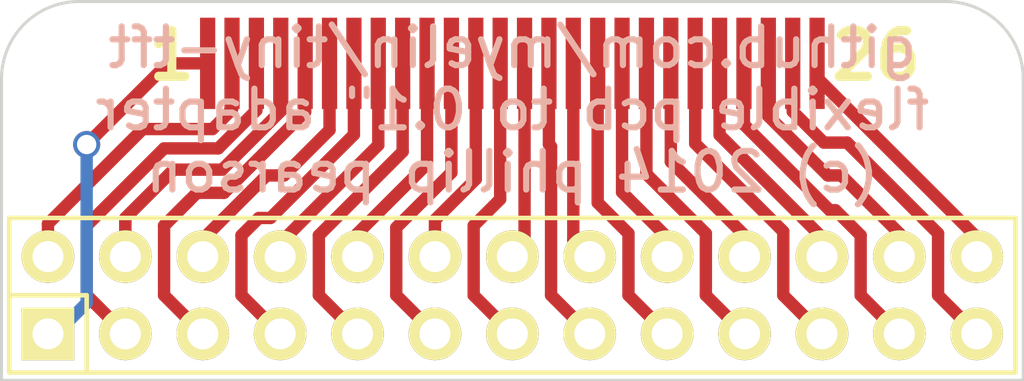
<source format=kicad_pcb>
(kicad_pcb (version 4) (host pcbnew "(2015-01-02 BZR 5348)-product")

  (general
    (links 26)
    (no_connects 0)
    (area 130.505999 90.1526 164.134001 104.444001)
    (thickness 1.6)
    (drawings 9)
    (tracks 124)
    (zones 0)
    (modules 2)
    (nets 27)
  )

  (page A4)
  (layers
    (0 F.Cu signal)
    (31 B.Cu signal)
    (32 B.Adhes user)
    (33 F.Adhes user)
    (34 B.Paste user)
    (35 F.Paste user)
    (36 B.SilkS user)
    (37 F.SilkS user)
    (38 B.Mask user)
    (39 F.Mask user)
    (40 Dwgs.User user)
    (41 Cmts.User user)
    (42 Eco1.User user)
    (43 Eco2.User user)
    (44 Edge.Cuts user)
    (45 Margin user)
    (46 B.CrtYd user)
    (47 F.CrtYd user)
    (48 B.Fab user)
    (49 F.Fab user)
  )

  (setup
    (last_trace_width 0.1778)
    (user_trace_width 0.1778)
    (user_trace_width 0.254)
    (user_trace_width 0.4064)
    (trace_clearance 0.1524)
    (zone_clearance 0.508)
    (zone_45_only no)
    (trace_min 0.1778)
    (segment_width 0.2)
    (edge_width 0.1)
    (via_size 0.889)
    (via_drill 0.635)
    (via_min_size 0.889)
    (via_min_drill 0.508)
    (uvia_size 0.508)
    (uvia_drill 0.127)
    (uvias_allowed no)
    (uvia_min_size 0.508)
    (uvia_min_drill 0.127)
    (pcb_text_width 0.3)
    (pcb_text_size 1.5 1.5)
    (mod_edge_width 0.15)
    (mod_text_size 1 1)
    (mod_text_width 0.15)
    (pad_size 1.5 1.5)
    (pad_drill 0.6)
    (pad_to_mask_clearance 0)
    (aux_axis_origin 0 0)
    (visible_elements 7FFFFFFF)
    (pcbplotparams
      (layerselection 0x010fc_80000001)
      (usegerberextensions true)
      (excludeedgelayer true)
      (linewidth 0.100000)
      (plotframeref false)
      (viasonmask false)
      (mode 1)
      (useauxorigin false)
      (hpglpennumber 1)
      (hpglpenspeed 20)
      (hpglpendiameter 15)
      (hpglpenoverlay 2)
      (psnegative false)
      (psa4output false)
      (plotreference true)
      (plotvalue true)
      (plotinvisibletext false)
      (padsonsilk false)
      (subtractmaskfromsilk false)
      (outputformat 1)
      (mirror false)
      (drillshape 0)
      (scaleselection 1)
      (outputdirectory gerbers/))
  )

  (net 0 "")
  (net 1 "Net-(P1-Pad1)")
  (net 2 "Net-(P1-Pad2)")
  (net 3 "Net-(P1-Pad3)")
  (net 4 "Net-(P1-Pad4)")
  (net 5 "Net-(P1-Pad5)")
  (net 6 "Net-(P1-Pad6)")
  (net 7 "Net-(P1-Pad7)")
  (net 8 "Net-(P1-Pad8)")
  (net 9 "Net-(P1-Pad9)")
  (net 10 "Net-(P1-Pad10)")
  (net 11 "Net-(P1-Pad11)")
  (net 12 "Net-(P1-Pad12)")
  (net 13 "Net-(P1-Pad13)")
  (net 14 "Net-(P1-Pad14)")
  (net 15 "Net-(P1-Pad15)")
  (net 16 "Net-(P1-Pad16)")
  (net 17 "Net-(P1-Pad17)")
  (net 18 "Net-(P1-Pad18)")
  (net 19 "Net-(P1-Pad19)")
  (net 20 "Net-(P1-Pad20)")
  (net 21 "Net-(P1-Pad21)")
  (net 22 "Net-(P1-Pad22)")
  (net 23 "Net-(P1-Pad23)")
  (net 24 "Net-(P1-Pad24)")
  (net 25 "Net-(P1-Pad25)")
  (net 26 "Net-(P1-Pad26)")

  (net_class Default "This is the default net class."
    (clearance 0.1524)
    (trace_width 0.1778)
    (via_dia 0.889)
    (via_drill 0.635)
    (uvia_dia 0.508)
    (uvia_drill 0.127)
    (add_net "Net-(P1-Pad1)")
    (add_net "Net-(P1-Pad10)")
    (add_net "Net-(P1-Pad11)")
    (add_net "Net-(P1-Pad12)")
    (add_net "Net-(P1-Pad13)")
    (add_net "Net-(P1-Pad14)")
    (add_net "Net-(P1-Pad15)")
    (add_net "Net-(P1-Pad16)")
    (add_net "Net-(P1-Pad17)")
    (add_net "Net-(P1-Pad18)")
    (add_net "Net-(P1-Pad19)")
    (add_net "Net-(P1-Pad2)")
    (add_net "Net-(P1-Pad20)")
    (add_net "Net-(P1-Pad21)")
    (add_net "Net-(P1-Pad22)")
    (add_net "Net-(P1-Pad23)")
    (add_net "Net-(P1-Pad24)")
    (add_net "Net-(P1-Pad25)")
    (add_net "Net-(P1-Pad26)")
    (add_net "Net-(P1-Pad3)")
    (add_net "Net-(P1-Pad4)")
    (add_net "Net-(P1-Pad5)")
    (add_net "Net-(P1-Pad6)")
    (add_net "Net-(P1-Pad7)")
    (add_net "Net-(P1-Pad8)")
    (add_net "Net-(P1-Pad9)")
  )

  (module Pin_Headers:Pin_Header_Straight_2x13 (layer F.Cu) (tedit 54B60569) (tstamp 54B60021)
    (at 147.32 101.6)
    (descr "Through hole pin header")
    (tags "pin header")
    (path /54B5FBC7)
    (fp_text reference P2 (at 0 -3.81) (layer F.SilkS) hide
      (effects (font (size 1 1) (thickness 0.15)))
    )
    (fp_text value CONN_02X13 (at 0 0) (layer F.SilkS) hide
      (effects (font (size 1 1) (thickness 0.15)))
    )
    (fp_line (start -16.51 -2.54) (end 16.51 -2.54) (layer F.SilkS) (width 0.15))
    (fp_line (start -13.97 2.54) (end 16.51 2.54) (layer F.SilkS) (width 0.15))
    (fp_line (start 16.51 -2.54) (end 16.51 2.54) (layer F.SilkS) (width 0.15))
    (fp_line (start -16.51 -2.54) (end -16.51 0) (layer F.SilkS) (width 0.15))
    (fp_line (start -16.51 2.54) (end -13.97 2.54) (layer F.SilkS) (width 0.15))
    (fp_line (start -16.51 0) (end -13.97 0) (layer F.SilkS) (width 0.15))
    (fp_line (start -13.97 0) (end -13.97 2.54) (layer F.SilkS) (width 0.15))
    (fp_line (start -16.51 2.54) (end -16.51 0) (layer F.SilkS) (width 0.15))
    (pad 1 thru_hole rect (at -15.24 1.27) (size 1.7272 1.7272) (drill 1.016) (layers *.Cu *.Mask F.SilkS)
      (net 1 "Net-(P1-Pad1)"))
    (pad 2 thru_hole oval (at -15.24 -1.27) (size 1.7272 1.7272) (drill 1.016) (layers *.Cu *.Mask F.SilkS)
      (net 2 "Net-(P1-Pad2)"))
    (pad 3 thru_hole oval (at -12.7 1.27) (size 1.7272 1.7272) (drill 1.016) (layers *.Cu *.Mask F.SilkS)
      (net 3 "Net-(P1-Pad3)"))
    (pad 4 thru_hole oval (at -12.7 -1.27) (size 1.7272 1.7272) (drill 1.016) (layers *.Cu *.Mask F.SilkS)
      (net 4 "Net-(P1-Pad4)"))
    (pad 5 thru_hole oval (at -10.16 1.27) (size 1.7272 1.7272) (drill 1.016) (layers *.Cu *.Mask F.SilkS)
      (net 5 "Net-(P1-Pad5)"))
    (pad 6 thru_hole oval (at -10.16 -1.27) (size 1.7272 1.7272) (drill 1.016) (layers *.Cu *.Mask F.SilkS)
      (net 6 "Net-(P1-Pad6)"))
    (pad 7 thru_hole oval (at -7.62 1.27) (size 1.7272 1.7272) (drill 1.016) (layers *.Cu *.Mask F.SilkS)
      (net 7 "Net-(P1-Pad7)"))
    (pad 8 thru_hole oval (at -7.62 -1.27) (size 1.7272 1.7272) (drill 1.016) (layers *.Cu *.Mask F.SilkS)
      (net 8 "Net-(P1-Pad8)"))
    (pad 9 thru_hole oval (at -5.08 1.27) (size 1.7272 1.7272) (drill 1.016) (layers *.Cu *.Mask F.SilkS)
      (net 9 "Net-(P1-Pad9)"))
    (pad 10 thru_hole oval (at -5.08 -1.27) (size 1.7272 1.7272) (drill 1.016) (layers *.Cu *.Mask F.SilkS)
      (net 10 "Net-(P1-Pad10)"))
    (pad 11 thru_hole oval (at -2.54 1.27) (size 1.7272 1.7272) (drill 1.016) (layers *.Cu *.Mask F.SilkS)
      (net 11 "Net-(P1-Pad11)"))
    (pad 12 thru_hole oval (at -2.54 -1.27) (size 1.7272 1.7272) (drill 1.016) (layers *.Cu *.Mask F.SilkS)
      (net 12 "Net-(P1-Pad12)"))
    (pad 13 thru_hole oval (at 0 1.27) (size 1.7272 1.7272) (drill 1.016) (layers *.Cu *.Mask F.SilkS)
      (net 13 "Net-(P1-Pad13)"))
    (pad 14 thru_hole oval (at 0 -1.27) (size 1.7272 1.7272) (drill 1.016) (layers *.Cu *.Mask F.SilkS)
      (net 14 "Net-(P1-Pad14)"))
    (pad 15 thru_hole oval (at 2.54 1.27) (size 1.7272 1.7272) (drill 1.016) (layers *.Cu *.Mask F.SilkS)
      (net 15 "Net-(P1-Pad15)"))
    (pad 16 thru_hole oval (at 2.54 -1.27) (size 1.7272 1.7272) (drill 1.016) (layers *.Cu *.Mask F.SilkS)
      (net 16 "Net-(P1-Pad16)"))
    (pad 17 thru_hole oval (at 5.08 1.27) (size 1.7272 1.7272) (drill 1.016) (layers *.Cu *.Mask F.SilkS)
      (net 17 "Net-(P1-Pad17)"))
    (pad 18 thru_hole oval (at 5.08 -1.27) (size 1.7272 1.7272) (drill 1.016) (layers *.Cu *.Mask F.SilkS)
      (net 18 "Net-(P1-Pad18)"))
    (pad 19 thru_hole oval (at 7.62 1.27) (size 1.7272 1.7272) (drill 1.016) (layers *.Cu *.Mask F.SilkS)
      (net 19 "Net-(P1-Pad19)"))
    (pad 20 thru_hole oval (at 7.62 -1.27) (size 1.7272 1.7272) (drill 1.016) (layers *.Cu *.Mask F.SilkS)
      (net 20 "Net-(P1-Pad20)"))
    (pad 21 thru_hole oval (at 10.16 1.27) (size 1.7272 1.7272) (drill 1.016) (layers *.Cu *.Mask F.SilkS)
      (net 21 "Net-(P1-Pad21)"))
    (pad 22 thru_hole oval (at 10.16 -1.27) (size 1.7272 1.7272) (drill 1.016) (layers *.Cu *.Mask F.SilkS)
      (net 22 "Net-(P1-Pad22)"))
    (pad 23 thru_hole oval (at 12.7 1.27) (size 1.7272 1.7272) (drill 1.016) (layers *.Cu *.Mask F.SilkS)
      (net 23 "Net-(P1-Pad23)"))
    (pad 24 thru_hole oval (at 12.7 -1.27) (size 1.7272 1.7272) (drill 1.016) (layers *.Cu *.Mask F.SilkS)
      (net 24 "Net-(P1-Pad24)"))
    (pad 25 thru_hole oval (at 15.24 1.27) (size 1.7272 1.7272) (drill 1.016) (layers *.Cu *.Mask F.SilkS)
      (net 25 "Net-(P1-Pad25)"))
    (pad 26 thru_hole oval (at 15.24 -1.27) (size 1.7272 1.7272) (drill 1.016) (layers *.Cu *.Mask F.SilkS)
      (net 26 "Net-(P1-Pad26)"))
    (model Pin_Headers/Pin_Header_Straight_2x13.wrl
      (at (xyz 0 0 0))
      (scale (xyz 1 1 1))
      (rotate (xyz 0 0 0))
    )
  )

  (module local:26-pin-fpc-0.8mm-tft (layer F.Cu) (tedit 54B60565) (tstamp 54B60003)
    (at 147.32 93.98)
    (path /54B5FB88)
    (fp_text reference P1 (at 0 2.4) (layer F.SilkS) hide
      (effects (font (size 1.5 1.5) (thickness 0.15)))
    )
    (fp_text value CONN_02X13 (at 0 -2.4) (layer F.SilkS) hide
      (effects (font (size 1.5 1.5) (thickness 0.15)))
    )
    (pad 1 smd rect (at -10 0) (size 0.5 3) (layers F.Cu F.Paste F.Mask)
      (net 1 "Net-(P1-Pad1)"))
    (pad 2 smd rect (at -9.2 0) (size 0.5 3) (layers F.Cu F.Paste F.Mask)
      (net 2 "Net-(P1-Pad2)"))
    (pad 3 smd rect (at -8.4 0) (size 0.5 3) (layers F.Cu F.Paste F.Mask)
      (net 3 "Net-(P1-Pad3)"))
    (pad 4 smd rect (at -7.6 0) (size 0.5 3) (layers F.Cu F.Paste F.Mask)
      (net 4 "Net-(P1-Pad4)"))
    (pad 5 smd rect (at -6.8 0) (size 0.5 3) (layers F.Cu F.Paste F.Mask)
      (net 5 "Net-(P1-Pad5)"))
    (pad 6 smd rect (at -6 0) (size 0.5 3) (layers F.Cu F.Paste F.Mask)
      (net 6 "Net-(P1-Pad6)"))
    (pad 7 smd rect (at -5.2 0) (size 0.5 3) (layers F.Cu F.Paste F.Mask)
      (net 7 "Net-(P1-Pad7)"))
    (pad 8 smd rect (at -4.4 0) (size 0.5 3) (layers F.Cu F.Paste F.Mask)
      (net 8 "Net-(P1-Pad8)"))
    (pad 9 smd rect (at -3.6 0) (size 0.5 3) (layers F.Cu F.Paste F.Mask)
      (net 9 "Net-(P1-Pad9)"))
    (pad 10 smd rect (at -2.8 0) (size 0.5 3) (layers F.Cu F.Paste F.Mask)
      (net 10 "Net-(P1-Pad10)"))
    (pad 11 smd rect (at -2 0) (size 0.5 3) (layers F.Cu F.Paste F.Mask)
      (net 11 "Net-(P1-Pad11)"))
    (pad 12 smd rect (at -1.2 0) (size 0.5 3) (layers F.Cu F.Paste F.Mask)
      (net 12 "Net-(P1-Pad12)"))
    (pad 13 smd rect (at -0.4 0) (size 0.5 3) (layers F.Cu F.Paste F.Mask)
      (net 13 "Net-(P1-Pad13)"))
    (pad 14 smd rect (at 0.4 0) (size 0.5 3) (layers F.Cu F.Paste F.Mask)
      (net 14 "Net-(P1-Pad14)"))
    (pad 15 smd rect (at 1.2 0) (size 0.5 3) (layers F.Cu F.Paste F.Mask)
      (net 15 "Net-(P1-Pad15)"))
    (pad 16 smd rect (at 2 0) (size 0.5 3) (layers F.Cu F.Paste F.Mask)
      (net 16 "Net-(P1-Pad16)"))
    (pad 17 smd rect (at 2.8 0) (size 0.5 3) (layers F.Cu F.Paste F.Mask)
      (net 17 "Net-(P1-Pad17)"))
    (pad 18 smd rect (at 3.6 0) (size 0.5 3) (layers F.Cu F.Paste F.Mask)
      (net 18 "Net-(P1-Pad18)"))
    (pad 19 smd rect (at 4.4 0) (size 0.5 3) (layers F.Cu F.Paste F.Mask)
      (net 19 "Net-(P1-Pad19)"))
    (pad 20 smd rect (at 5.2 0) (size 0.5 3) (layers F.Cu F.Paste F.Mask)
      (net 20 "Net-(P1-Pad20)"))
    (pad 21 smd rect (at 6 0) (size 0.5 3) (layers F.Cu F.Paste F.Mask)
      (net 21 "Net-(P1-Pad21)"))
    (pad 22 smd rect (at 6.8 0) (size 0.5 3) (layers F.Cu F.Paste F.Mask)
      (net 22 "Net-(P1-Pad22)"))
    (pad 23 smd rect (at 7.6 0) (size 0.5 3) (layers F.Cu F.Paste F.Mask)
      (net 23 "Net-(P1-Pad23)"))
    (pad 24 smd rect (at 8.4 0) (size 0.5 3) (layers F.Cu F.Paste F.Mask)
      (net 24 "Net-(P1-Pad24)"))
    (pad 25 smd rect (at 9.2 0) (size 0.5 3) (layers F.Cu F.Paste F.Mask)
      (net 25 "Net-(P1-Pad25)"))
    (pad 26 smd rect (at 10 0) (size 0.5 3) (layers F.Cu F.Paste F.Mask)
      (net 26 "Net-(P1-Pad26)"))
  )

  (gr_text "github.com/myelin/tiny-tft\nflexible pcb to 0.1\" adapter\n(c) 2014 phillip pearson" (at 147.32 95.504) (layer B.SilkS)
    (effects (font (size 1.27 1.27) (thickness 0.2032)) (justify mirror))
  )
  (gr_line (start 130.556 94.488) (end 130.556 104.394) (angle 90) (layer Edge.Cuts) (width 0.1))
  (gr_line (start 161.544 91.948) (end 133.096 91.948) (angle 90) (layer Edge.Cuts) (width 0.1))
  (gr_line (start 164.084 94.488) (end 164.084 104.394) (angle 90) (layer Edge.Cuts) (width 0.1))
  (gr_arc (start 161.544 94.488) (end 161.544 91.948) (angle 90) (layer Edge.Cuts) (width 0.1))
  (gr_arc (start 133.096 94.488) (end 130.556 94.488) (angle 90) (layer Edge.Cuts) (width 0.1))
  (gr_text 26 (at 159.258 93.726) (layer F.SilkS)
    (effects (font (size 1.5 1.5) (thickness 0.3)))
  )
  (gr_text 1 (at 136.144 93.726) (layer F.SilkS)
    (effects (font (size 1.5 1.5) (thickness 0.3)))
  )
  (gr_line (start 164.084 104.394) (end 130.556 104.394) (angle 90) (layer Edge.Cuts) (width 0.1))

  (segment (start 132.334 102.87) (end 132.08 102.87) (width 0.1778) (layer B.Cu) (net 1) (tstamp 54B60125))
  (segment (start 133.35 101.854) (end 132.334 102.87) (width 0.4064) (layer B.Cu) (net 1) (tstamp 54B60124))
  (segment (start 133.35 96.647) (end 133.35 101.854) (width 0.4064) (layer B.Cu) (net 1) (tstamp 54B603E6))
  (segment (start 136.017 93.98) (end 133.35 96.647) (width 0.4064) (layer F.Cu) (net 1) (tstamp 54B603DA))
  (via (at 133.35 96.647) (size 0.889) (layers F.Cu B.Cu) (net 1))
  (segment (start 137.32 93.98) (end 136.017 93.98) (width 0.4064) (layer F.Cu) (net 1))
  (segment (start 137.4775 96.139) (end 135.1915 96.139) (width 0.4064) (layer F.Cu) (net 2) (tstamp 54B602C3))
  (segment (start 135.1915 96.139) (end 132.08 99.2505) (width 0.4064) (layer F.Cu) (net 2) (tstamp 54B6023D))
  (segment (start 132.08 99.2505) (end 132.08 100.33) (width 0.4064) (layer F.Cu) (net 2) (tstamp 54B6023F))
  (segment (start 138.12 95.4965) (end 137.4775 96.139) (width 0.4064) (layer F.Cu) (net 2) (tstamp 54B602C0))
  (segment (start 138.12 93.98) (end 138.12 95.4965) (width 0.4064) (layer F.Cu) (net 2))
  (segment (start 133.35 99.314) (end 133.35 101.6) (width 0.1778) (layer F.Cu) (net 3) (tstamp 54B60151))
  (segment (start 133.35 101.6) (end 134.62 102.87) (width 0.4064) (layer F.Cu) (net 3) (tstamp 54B60248))
  (segment (start 133.35 99.314) (end 133.35 101.6) (width 0.4064) (layer F.Cu) (net 3) (tstamp 54B60246))
  (segment (start 133.35 101.6) (end 134.62 102.87) (width 0.4064) (layer F.Cu) (net 3) (tstamp 54B602A9))
  (segment (start 138.92 95.522) (end 137.668 96.774) (width 0.4064) (layer F.Cu) (net 3) (tstamp 54B602D1))
  (segment (start 137.668 96.774) (end 135.89 96.774) (width 0.4064) (layer F.Cu) (net 3) (tstamp 54B602D2))
  (segment (start 135.89 96.774) (end 133.35 99.314) (width 0.4064) (layer F.Cu) (net 3) (tstamp 54B602D3))
  (segment (start 138.92 93.98) (end 138.92 95.522) (width 0.4064) (layer F.Cu) (net 3))
  (segment (start 136.0805 97.5995) (end 134.62 99.06) (width 0.4064) (layer F.Cu) (net 4) (tstamp 54B6024F))
  (segment (start 134.62 99.06) (end 134.62 100.33) (width 0.4064) (layer F.Cu) (net 4) (tstamp 54B60250))
  (segment (start 134.62 99.06) (end 134.62 100.33) (width 0.4064) (layer F.Cu) (net 4) (tstamp 54B602B4))
  (segment (start 136.0805 97.5995) (end 134.62 99.06) (width 0.4064) (layer F.Cu) (net 4) (tstamp 54B602B3))
  (segment (start 139.72 95.5475) (end 137.795 97.4725) (width 0.4064) (layer F.Cu) (net 4) (tstamp 54B602D7))
  (segment (start 139.72 93.98) (end 139.72 95.5475) (width 0.4064) (layer F.Cu) (net 4))
  (segment (start 136.2075 97.4725) (end 137.795 97.4725) (width 0.4064) (layer F.Cu) (net 4) (tstamp 54B604C4))
  (segment (start 136.0805 97.5995) (end 136.2075 97.4725) (width 0.4064) (layer F.Cu) (net 4))
  (segment (start 135.89 101.6) (end 137.16 102.87) (width 0.4064) (layer F.Cu) (net 5) (tstamp 54B60233))
  (segment (start 136.7155 98.4885) (end 135.89 99.314) (width 0.4064) (layer F.Cu) (net 5) (tstamp 54B60231))
  (segment (start 135.89 99.314) (end 135.89 101.6) (width 0.4064) (layer F.Cu) (net 5) (tstamp 54B60232))
  (segment (start 136.7155 98.4885) (end 135.89 99.314) (width 0.4064) (layer F.Cu) (net 5) (tstamp 54B602BA))
  (segment (start 140.52 95.573) (end 137.8585 98.2345) (width 0.4064) (layer F.Cu) (net 5) (tstamp 54B602E0))
  (segment (start 140.52 93.98) (end 140.52 95.573) (width 0.4064) (layer F.Cu) (net 5))
  (segment (start 136.9695 98.2345) (end 137.8585 98.2345) (width 0.4064) (layer F.Cu) (net 5) (tstamp 54B604CE))
  (segment (start 136.7155 98.4885) (end 136.9695 98.2345) (width 0.4064) (layer F.Cu) (net 5))
  (segment (start 137.16 100.1395) (end 137.16 100.33) (width 0.1778) (layer F.Cu) (net 6) (tstamp 54B6018A))
  (segment (start 137.16 100.1395) (end 137.16 100.33) (width 0.4064) (layer F.Cu) (net 6) (tstamp 54B60257))
  (segment (start 137.16 99.7585) (end 137.16 100.33) (width 0.4064) (layer F.Cu) (net 6) (tstamp 54B602F2))
  (segment (start 139.2555 97.663) (end 137.16 99.7585) (width 0.4064) (layer F.Cu) (net 6) (tstamp 54B60433))
  (segment (start 141.32 96.17) (end 139.827 97.663) (width 0.4064) (layer F.Cu) (net 6) (tstamp 54B6042D))
  (segment (start 139.827 97.663) (end 139.2555 97.663) (width 0.4064) (layer F.Cu) (net 6) (tstamp 54B6042E))
  (segment (start 141.32 93.98) (end 141.32 96.17) (width 0.4064) (layer F.Cu) (net 6))
  (segment (start 142.12 96.3225) (end 139.3825 99.06) (width 0.4064) (layer F.Cu) (net 7) (tstamp 54B604E9))
  (segment (start 139.3825 99.06) (end 139.0015 99.06) (width 0.4064) (layer F.Cu) (net 7) (tstamp 54B604F1))
  (segment (start 139.0015 99.06) (end 138.43 99.6315) (width 0.4064) (layer F.Cu) (net 7) (tstamp 54B604FA))
  (segment (start 138.43 99.6315) (end 138.43 101.6) (width 0.4064) (layer F.Cu) (net 7) (tstamp 54B60501))
  (segment (start 138.43 101.6) (end 139.7 102.87) (width 0.4064) (layer F.Cu) (net 7) (tstamp 54B60503))
  (segment (start 142.12 93.98) (end 142.12 96.3225) (width 0.4064) (layer F.Cu) (net 7))
  (segment (start 139.7 99.8855) (end 139.7 100.33) (width 0.4064) (layer F.Cu) (net 8) (tstamp 54B6029C))
  (segment (start 142.92 96.6655) (end 139.7 99.8855) (width 0.4064) (layer F.Cu) (net 8) (tstamp 54B6029A))
  (segment (start 142.92 93.98) (end 142.92 96.6655) (width 0.4064) (layer F.Cu) (net 8))
  (segment (start 140.97 101.6) (end 142.24 102.87) (width 0.4064) (layer F.Cu) (net 9) (tstamp 54B60297))
  (segment (start 143.72 96.8815) (end 140.97 99.6315) (width 0.4064) (layer F.Cu) (net 9) (tstamp 54B60293))
  (segment (start 140.97 99.6315) (end 140.97 101.6) (width 0.4064) (layer F.Cu) (net 9) (tstamp 54B60295))
  (segment (start 143.72 93.98) (end 143.72 96.8815) (width 0.4064) (layer F.Cu) (net 9))
  (segment (start 142.24 99.568) (end 142.24 100.33) (width 0.4064) (layer F.Cu) (net 10) (tstamp 54B6028F))
  (segment (start 144.52 97.288) (end 142.24 99.568) (width 0.4064) (layer F.Cu) (net 10) (tstamp 54B6028D))
  (segment (start 144.52 93.98) (end 144.52 97.288) (width 0.4064) (layer F.Cu) (net 10))
  (segment (start 143.51 101.6) (end 144.78 102.87) (width 0.4064) (layer F.Cu) (net 11) (tstamp 54B6028A))
  (segment (start 145.32 97.5675) (end 143.51 99.3775) (width 0.4064) (layer F.Cu) (net 11) (tstamp 54B60287))
  (segment (start 143.51 99.3775) (end 143.51 101.6) (width 0.4064) (layer F.Cu) (net 11) (tstamp 54B60288))
  (segment (start 145.32 93.98) (end 145.32 97.5675) (width 0.4064) (layer F.Cu) (net 11))
  (segment (start 146.12 97.7835) (end 144.78 99.1235) (width 0.4064) (layer F.Cu) (net 12) (tstamp 54B60283))
  (segment (start 144.78 99.1235) (end 144.78 100.33) (width 0.4064) (layer F.Cu) (net 12) (tstamp 54B60284))
  (segment (start 146.12 93.98) (end 146.12 97.7835) (width 0.4064) (layer F.Cu) (net 12))
  (segment (start 146.05 101.6) (end 147.32 102.87) (width 0.1778) (layer F.Cu) (net 13) (tstamp 54B600B2))
  (segment (start 146.05 101.6) (end 147.32 102.87) (width 0.4064) (layer F.Cu) (net 13) (tstamp 54B60280))
  (segment (start 146.92 98.444) (end 146.05 99.314) (width 0.4064) (layer F.Cu) (net 13) (tstamp 54B6027E))
  (segment (start 146.05 99.314) (end 146.05 101.6) (width 0.4064) (layer F.Cu) (net 13) (tstamp 54B6027F))
  (segment (start 146.92 93.98) (end 146.92 98.444) (width 0.4064) (layer F.Cu) (net 13))
  (segment (start 147.72 99.93) (end 147.32 100.33) (width 0.4064) (layer F.Cu) (net 14) (tstamp 54B60277))
  (segment (start 147.72 93.98) (end 147.72 99.93) (width 0.4064) (layer F.Cu) (net 14))
  (segment (start 148.59 101.6) (end 149.86 102.87) (width 0.1778) (layer F.Cu) (net 15) (tstamp 54B600B8))
  (segment (start 148.59 101.6) (end 149.86 102.87) (width 0.4064) (layer F.Cu) (net 15) (tstamp 54B60268))
  (segment (start 148.52 96.6405) (end 148.59 96.7105) (width 0.4064) (layer F.Cu) (net 15) (tstamp 54B60266))
  (segment (start 148.59 96.7105) (end 148.59 101.6) (width 0.4064) (layer F.Cu) (net 15) (tstamp 54B60267))
  (segment (start 148.52 93.98) (end 148.52 96.6405) (width 0.4064) (layer F.Cu) (net 15))
  (segment (start 149.32 99.79) (end 149.86 100.33) (width 0.4064) (layer F.Cu) (net 16) (tstamp 54B60274))
  (segment (start 149.32 93.98) (end 149.32 99.79) (width 0.4064) (layer F.Cu) (net 16))
  (segment (start 151.13 101.6) (end 152.4 102.87) (width 0.1778) (layer F.Cu) (net 17) (tstamp 54B600C0))
  (segment (start 151.13 101.6) (end 152.4 102.87) (width 0.4064) (layer F.Cu) (net 17) (tstamp 54B6033A))
  (segment (start 150.12 98.558) (end 151.13 99.568) (width 0.4064) (layer F.Cu) (net 17) (tstamp 54B60330))
  (segment (start 151.13 99.568) (end 151.13 101.6) (width 0.4064) (layer F.Cu) (net 17) (tstamp 54B60338))
  (segment (start 150.12 93.98) (end 150.12 98.558) (width 0.4064) (layer F.Cu) (net 17))
  (segment (start 152.4 99.695) (end 152.4 100.33) (width 0.4064) (layer F.Cu) (net 18) (tstamp 54B6036E))
  (segment (start 150.92 98.215) (end 152.4 99.695) (width 0.4064) (layer F.Cu) (net 18) (tstamp 54B60369))
  (segment (start 150.92 93.98) (end 150.92 98.215) (width 0.4064) (layer F.Cu) (net 18))
  (segment (start 153.67 101.6) (end 154.94 102.87) (width 0.4064) (layer F.Cu) (net 19) (tstamp 54B60379))
  (segment (start 151.72 97.618) (end 153.67 99.568) (width 0.4064) (layer F.Cu) (net 19) (tstamp 54B60373))
  (segment (start 153.67 99.568) (end 153.67 101.6) (width 0.4064) (layer F.Cu) (net 19) (tstamp 54B60377))
  (segment (start 151.72 93.98) (end 151.72 97.618) (width 0.4064) (layer F.Cu) (net 19))
  (segment (start 154.94 99.6315) (end 154.94 100.33) (width 0.4064) (layer F.Cu) (net 20) (tstamp 54B60381))
  (segment (start 152.52 97.2115) (end 154.94 99.6315) (width 0.4064) (layer F.Cu) (net 20) (tstamp 54B6037C))
  (segment (start 152.52 93.98) (end 152.52 97.2115) (width 0.4064) (layer F.Cu) (net 20))
  (segment (start 156.21 101.6) (end 157.48 102.87) (width 0.4064) (layer F.Cu) (net 21) (tstamp 54B6038D))
  (segment (start 153.32 96.6145) (end 156.21 99.5045) (width 0.4064) (layer F.Cu) (net 21) (tstamp 54B60386))
  (segment (start 156.21 99.5045) (end 156.21 101.6) (width 0.4064) (layer F.Cu) (net 21) (tstamp 54B6038A))
  (segment (start 153.32 93.98) (end 153.32 96.6145) (width 0.4064) (layer F.Cu) (net 21))
  (segment (start 157.48 99.695) (end 157.48 100.33) (width 0.4064) (layer F.Cu) (net 22) (tstamp 54B60393))
  (segment (start 154.12 96.335) (end 157.48 99.695) (width 0.4064) (layer F.Cu) (net 22) (tstamp 54B60390))
  (segment (start 154.12 93.98) (end 154.12 96.335) (width 0.4064) (layer F.Cu) (net 22))
  (segment (start 158.75 101.6) (end 160.02 102.87) (width 0.4064) (layer F.Cu) (net 23) (tstamp 54B6039D))
  (segment (start 158.75 99.6315) (end 158.75 101.6) (width 0.4064) (layer F.Cu) (net 23) (tstamp 54B6039B))
  (segment (start 154.92 95.992) (end 157.734 98.806) (width 0.4064) (layer F.Cu) (net 23) (tstamp 54B603F0))
  (segment (start 157.734 98.806) (end 157.9245 98.806) (width 0.4064) (layer F.Cu) (net 23) (tstamp 54B603F4))
  (segment (start 157.9245 98.806) (end 158.75 99.6315) (width 0.4064) (layer F.Cu) (net 23) (tstamp 54B603F8))
  (segment (start 154.92 93.98) (end 154.92 95.992) (width 0.4064) (layer F.Cu) (net 23))
  (segment (start 160.02 99.7585) (end 160.02 100.33) (width 0.1778) (layer F.Cu) (net 24) (tstamp 54B601C0))
  (segment (start 155.72 93.98) (end 155.72 95.4585) (width 0.254) (layer F.Cu) (net 24))
  (segment (start 160.02 99.8855) (end 160.02 100.33) (width 0.4064) (layer F.Cu) (net 24) (tstamp 54B603A3))
  (segment (start 160.02 99.568) (end 160.02 100.33) (width 0.4064) (layer F.Cu) (net 24) (tstamp 54B60415))
  (segment (start 155.72 95.7125) (end 157.6705 97.663) (width 0.4064) (layer F.Cu) (net 24) (tstamp 54B60407))
  (segment (start 157.6705 97.663) (end 158.115 97.663) (width 0.4064) (layer F.Cu) (net 24) (tstamp 54B60410))
  (segment (start 158.115 97.663) (end 160.02 99.568) (width 0.4064) (layer F.Cu) (net 24) (tstamp 54B60412))
  (segment (start 155.72 93.98) (end 155.72 95.7125) (width 0.4064) (layer F.Cu) (net 24))
  (segment (start 161.29 101.6) (end 162.56 102.87) (width 0.4064) (layer F.Cu) (net 25) (tstamp 54B60328))
  (segment (start 161.29 99.568) (end 161.29 101.6) (width 0.4064) (layer F.Cu) (net 25) (tstamp 54B603C9))
  (segment (start 156.52 95.56) (end 157.5435 96.5835) (width 0.4064) (layer F.Cu) (net 25) (tstamp 54B603B6))
  (segment (start 157.5435 96.5835) (end 158.3055 96.5835) (width 0.4064) (layer F.Cu) (net 25) (tstamp 54B603BC))
  (segment (start 158.3055 96.5835) (end 161.29 99.568) (width 0.4064) (layer F.Cu) (net 25) (tstamp 54B603C3))
  (segment (start 156.52 93.98) (end 156.52 95.56) (width 0.4064) (layer F.Cu) (net 25))
  (segment (start 162.56 99.695) (end 162.56 100.33) (width 0.4064) (layer F.Cu) (net 26) (tstamp 54B603D3))
  (segment (start 157.32 94.455) (end 162.56 99.695) (width 0.4064) (layer F.Cu) (net 26) (tstamp 54B603CC))
  (segment (start 157.32 93.98) (end 157.32 94.455) (width 0.4064) (layer F.Cu) (net 26))

)

</source>
